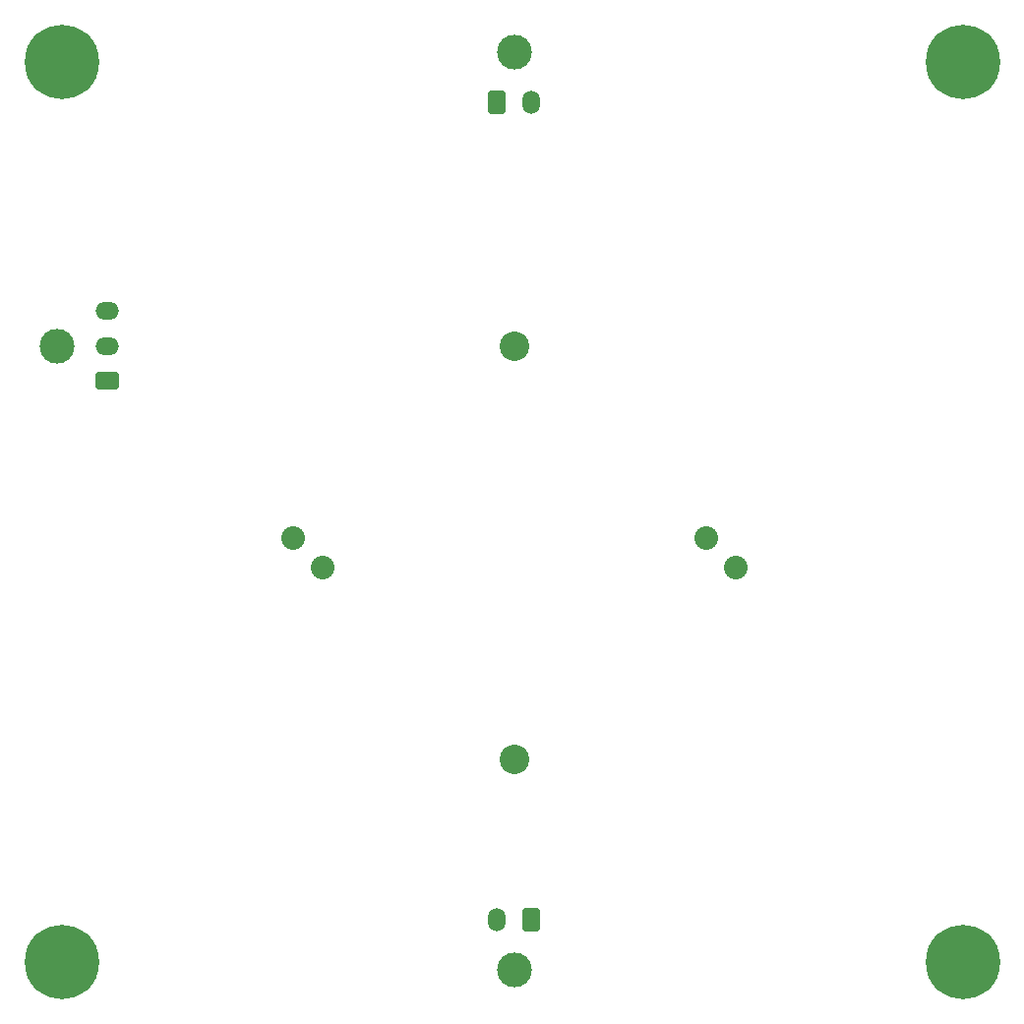
<source format=gbr>
%TF.GenerationSoftware,KiCad,Pcbnew,(6.0.11)*%
%TF.CreationDate,2023-02-16T11:16:18-05:00*%
%TF.ProjectId,DCT_HV_Widget,4443545f-4856-45f5-9769-646765742e6b,rev?*%
%TF.SameCoordinates,Original*%
%TF.FileFunction,Soldermask,Bot*%
%TF.FilePolarity,Negative*%
%FSLAX46Y46*%
G04 Gerber Fmt 4.6, Leading zero omitted, Abs format (unit mm)*
G04 Created by KiCad (PCBNEW (6.0.11)) date 2023-02-16 11:16:18*
%MOMM*%
%LPD*%
G01*
G04 APERTURE LIST*
G04 Aperture macros list*
%AMRoundRect*
0 Rectangle with rounded corners*
0 $1 Rounding radius*
0 $2 $3 $4 $5 $6 $7 $8 $9 X,Y pos of 4 corners*
0 Add a 4 corners polygon primitive as box body*
4,1,4,$2,$3,$4,$5,$6,$7,$8,$9,$2,$3,0*
0 Add four circle primitives for the rounded corners*
1,1,$1+$1,$2,$3*
1,1,$1+$1,$4,$5*
1,1,$1+$1,$6,$7*
1,1,$1+$1,$8,$9*
0 Add four rect primitives between the rounded corners*
20,1,$1+$1,$2,$3,$4,$5,0*
20,1,$1+$1,$4,$5,$6,$7,0*
20,1,$1+$1,$6,$7,$8,$9,0*
20,1,$1+$1,$8,$9,$2,$3,0*%
G04 Aperture macros list end*
%ADD10C,2.540000*%
%ADD11C,2.032000*%
%ADD12C,3.000000*%
%ADD13RoundRect,0.250001X0.499999X0.759999X-0.499999X0.759999X-0.499999X-0.759999X0.499999X-0.759999X0*%
%ADD14O,1.500000X2.020000*%
%ADD15RoundRect,0.250001X0.759999X-0.499999X0.759999X0.499999X-0.759999X0.499999X-0.759999X-0.499999X0*%
%ADD16O,2.020000X1.500000*%
%ADD17RoundRect,0.250001X-0.499999X-0.759999X0.499999X-0.759999X0.499999X0.759999X-0.499999X0.759999X0*%
%ADD18C,6.400000*%
G04 APERTURE END LIST*
D10*
%TO.C,U2*%
X160355000Y-120935000D03*
X160355000Y-85375000D03*
D11*
X179405000Y-104425000D03*
X176865000Y-101885000D03*
X143845000Y-104425000D03*
X141305000Y-101885000D03*
%TD*%
D12*
%TO.C,J3*%
X160325000Y-139100000D03*
D13*
X161825000Y-134780000D03*
D14*
X158825000Y-134780000D03*
%TD*%
D12*
%TO.C,J2*%
X120980000Y-85375000D03*
D15*
X125300000Y-88375000D03*
D16*
X125300000Y-85375000D03*
X125300000Y-82375000D03*
%TD*%
D12*
%TO.C,J1*%
X160325000Y-60100000D03*
D17*
X158825000Y-64420000D03*
D14*
X161825000Y-64420000D03*
%TD*%
D18*
%TO.C,H2*%
X198950000Y-60900000D03*
%TD*%
%TO.C,H1*%
X121375000Y-60900000D03*
%TD*%
%TO.C,H3*%
X121375000Y-138425000D03*
%TD*%
%TO.C,H4*%
X198950000Y-138425000D03*
%TD*%
M02*

</source>
